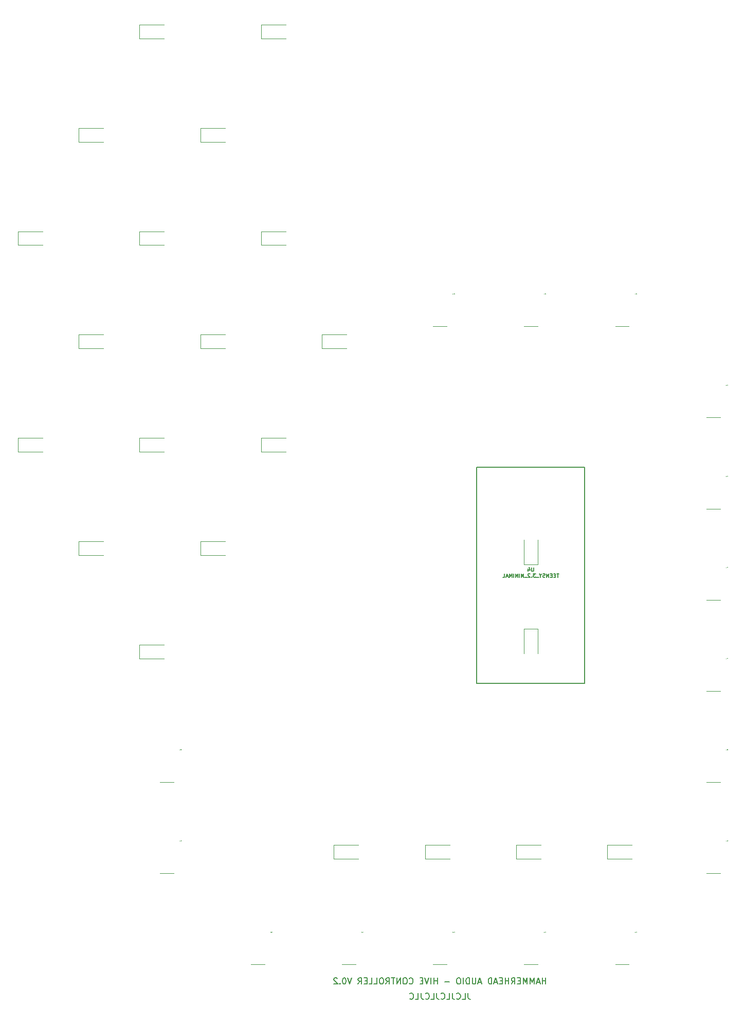
<source format=gbo>
G04 #@! TF.GenerationSoftware,KiCad,Pcbnew,(5.1.2-1)-1*
G04 #@! TF.CreationDate,2022-02-06T13:22:23-05:00*
G04 #@! TF.ProjectId,Wasp_Hive,57617370-5f48-4697-9665-2e6b69636164,rev?*
G04 #@! TF.SameCoordinates,Original*
G04 #@! TF.FileFunction,Legend,Bot*
G04 #@! TF.FilePolarity,Positive*
%FSLAX46Y46*%
G04 Gerber Fmt 4.6, Leading zero omitted, Abs format (unit mm)*
G04 Created by KiCad (PCBNEW (5.1.2-1)-1) date 2022-02-06 13:22:23*
%MOMM*%
%LPD*%
G04 APERTURE LIST*
%ADD10C,0.150000*%
%ADD11C,0.010000*%
%ADD12C,0.120000*%
%ADD13C,0.127000*%
G04 APERTURE END LIST*
D10*
X99619047Y-233202380D02*
X99619047Y-233916666D01*
X99666666Y-234059523D01*
X99761904Y-234154761D01*
X99904761Y-234202380D01*
X100000000Y-234202380D01*
X98666666Y-234202380D02*
X99142857Y-234202380D01*
X99142857Y-233202380D01*
X97761904Y-234107142D02*
X97809523Y-234154761D01*
X97952380Y-234202380D01*
X98047619Y-234202380D01*
X98190476Y-234154761D01*
X98285714Y-234059523D01*
X98333333Y-233964285D01*
X98380952Y-233773809D01*
X98380952Y-233630952D01*
X98333333Y-233440476D01*
X98285714Y-233345238D01*
X98190476Y-233250000D01*
X98047619Y-233202380D01*
X97952380Y-233202380D01*
X97809523Y-233250000D01*
X97761904Y-233297619D01*
X97047619Y-233202380D02*
X97047619Y-233916666D01*
X97095238Y-234059523D01*
X97190476Y-234154761D01*
X97333333Y-234202380D01*
X97428571Y-234202380D01*
X96095238Y-234202380D02*
X96571428Y-234202380D01*
X96571428Y-233202380D01*
X95190476Y-234107142D02*
X95238095Y-234154761D01*
X95380952Y-234202380D01*
X95476190Y-234202380D01*
X95619047Y-234154761D01*
X95714285Y-234059523D01*
X95761904Y-233964285D01*
X95809523Y-233773809D01*
X95809523Y-233630952D01*
X95761904Y-233440476D01*
X95714285Y-233345238D01*
X95619047Y-233250000D01*
X95476190Y-233202380D01*
X95380952Y-233202380D01*
X95238095Y-233250000D01*
X95190476Y-233297619D01*
X94476190Y-233202380D02*
X94476190Y-233916666D01*
X94523809Y-234059523D01*
X94619047Y-234154761D01*
X94761904Y-234202380D01*
X94857142Y-234202380D01*
X93523809Y-234202380D02*
X94000000Y-234202380D01*
X94000000Y-233202380D01*
X92619047Y-234107142D02*
X92666666Y-234154761D01*
X92809523Y-234202380D01*
X92904761Y-234202380D01*
X93047619Y-234154761D01*
X93142857Y-234059523D01*
X93190476Y-233964285D01*
X93238095Y-233773809D01*
X93238095Y-233630952D01*
X93190476Y-233440476D01*
X93142857Y-233345238D01*
X93047619Y-233250000D01*
X92904761Y-233202380D01*
X92809523Y-233202380D01*
X92666666Y-233250000D01*
X92619047Y-233297619D01*
X91904761Y-233202380D02*
X91904761Y-233916666D01*
X91952380Y-234059523D01*
X92047619Y-234154761D01*
X92190476Y-234202380D01*
X92285714Y-234202380D01*
X90952380Y-234202380D02*
X91428571Y-234202380D01*
X91428571Y-233202380D01*
X90047619Y-234107142D02*
X90095238Y-234154761D01*
X90238095Y-234202380D01*
X90333333Y-234202380D01*
X90476190Y-234154761D01*
X90571428Y-234059523D01*
X90619047Y-233964285D01*
X90666666Y-233773809D01*
X90666666Y-233630952D01*
X90619047Y-233440476D01*
X90571428Y-233345238D01*
X90476190Y-233250000D01*
X90333333Y-233202380D01*
X90238095Y-233202380D01*
X90095238Y-233250000D01*
X90047619Y-233297619D01*
X112428571Y-231702380D02*
X112428571Y-230702380D01*
X112428571Y-231178571D02*
X111857142Y-231178571D01*
X111857142Y-231702380D02*
X111857142Y-230702380D01*
X111428571Y-231416666D02*
X110952380Y-231416666D01*
X111523809Y-231702380D02*
X111190476Y-230702380D01*
X110857142Y-231702380D01*
X110523809Y-231702380D02*
X110523809Y-230702380D01*
X110190476Y-231416666D01*
X109857142Y-230702380D01*
X109857142Y-231702380D01*
X109380952Y-231702380D02*
X109380952Y-230702380D01*
X109047619Y-231416666D01*
X108714285Y-230702380D01*
X108714285Y-231702380D01*
X108238095Y-231178571D02*
X107904761Y-231178571D01*
X107761904Y-231702380D02*
X108238095Y-231702380D01*
X108238095Y-230702380D01*
X107761904Y-230702380D01*
X106761904Y-231702380D02*
X107095238Y-231226190D01*
X107333333Y-231702380D02*
X107333333Y-230702380D01*
X106952380Y-230702380D01*
X106857142Y-230750000D01*
X106809523Y-230797619D01*
X106761904Y-230892857D01*
X106761904Y-231035714D01*
X106809523Y-231130952D01*
X106857142Y-231178571D01*
X106952380Y-231226190D01*
X107333333Y-231226190D01*
X106333333Y-231702380D02*
X106333333Y-230702380D01*
X106333333Y-231178571D02*
X105761904Y-231178571D01*
X105761904Y-231702380D02*
X105761904Y-230702380D01*
X105285714Y-231178571D02*
X104952380Y-231178571D01*
X104809523Y-231702380D02*
X105285714Y-231702380D01*
X105285714Y-230702380D01*
X104809523Y-230702380D01*
X104428571Y-231416666D02*
X103952380Y-231416666D01*
X104523809Y-231702380D02*
X104190476Y-230702380D01*
X103857142Y-231702380D01*
X103523809Y-231702380D02*
X103523809Y-230702380D01*
X103285714Y-230702380D01*
X103142857Y-230750000D01*
X103047619Y-230845238D01*
X103000000Y-230940476D01*
X102952380Y-231130952D01*
X102952380Y-231273809D01*
X103000000Y-231464285D01*
X103047619Y-231559523D01*
X103142857Y-231654761D01*
X103285714Y-231702380D01*
X103523809Y-231702380D01*
X101809523Y-231416666D02*
X101333333Y-231416666D01*
X101904761Y-231702380D02*
X101571428Y-230702380D01*
X101238095Y-231702380D01*
X100904761Y-230702380D02*
X100904761Y-231511904D01*
X100857142Y-231607142D01*
X100809523Y-231654761D01*
X100714285Y-231702380D01*
X100523809Y-231702380D01*
X100428571Y-231654761D01*
X100380952Y-231607142D01*
X100333333Y-231511904D01*
X100333333Y-230702380D01*
X99857142Y-231702380D02*
X99857142Y-230702380D01*
X99619047Y-230702380D01*
X99476190Y-230750000D01*
X99380952Y-230845238D01*
X99333333Y-230940476D01*
X99285714Y-231130952D01*
X99285714Y-231273809D01*
X99333333Y-231464285D01*
X99380952Y-231559523D01*
X99476190Y-231654761D01*
X99619047Y-231702380D01*
X99857142Y-231702380D01*
X98857142Y-231702380D02*
X98857142Y-230702380D01*
X98190476Y-230702380D02*
X98000000Y-230702380D01*
X97904761Y-230750000D01*
X97809523Y-230845238D01*
X97761904Y-231035714D01*
X97761904Y-231369047D01*
X97809523Y-231559523D01*
X97904761Y-231654761D01*
X98000000Y-231702380D01*
X98190476Y-231702380D01*
X98285714Y-231654761D01*
X98380952Y-231559523D01*
X98428571Y-231369047D01*
X98428571Y-231035714D01*
X98380952Y-230845238D01*
X98285714Y-230750000D01*
X98190476Y-230702380D01*
X96571428Y-231321428D02*
X95809523Y-231321428D01*
X94571428Y-231702380D02*
X94571428Y-230702380D01*
X94571428Y-231178571D02*
X94000000Y-231178571D01*
X94000000Y-231702380D02*
X94000000Y-230702380D01*
X93523809Y-231702380D02*
X93523809Y-230702380D01*
X93190476Y-230702380D02*
X92857142Y-231702380D01*
X92523809Y-230702380D01*
X92190476Y-231178571D02*
X91857142Y-231178571D01*
X91714285Y-231702380D02*
X92190476Y-231702380D01*
X92190476Y-230702380D01*
X91714285Y-230702380D01*
X89952380Y-231607142D02*
X90000000Y-231654761D01*
X90142857Y-231702380D01*
X90238095Y-231702380D01*
X90380952Y-231654761D01*
X90476190Y-231559523D01*
X90523809Y-231464285D01*
X90571428Y-231273809D01*
X90571428Y-231130952D01*
X90523809Y-230940476D01*
X90476190Y-230845238D01*
X90380952Y-230750000D01*
X90238095Y-230702380D01*
X90142857Y-230702380D01*
X90000000Y-230750000D01*
X89952380Y-230797619D01*
X89333333Y-230702380D02*
X89142857Y-230702380D01*
X89047619Y-230750000D01*
X88952380Y-230845238D01*
X88904761Y-231035714D01*
X88904761Y-231369047D01*
X88952380Y-231559523D01*
X89047619Y-231654761D01*
X89142857Y-231702380D01*
X89333333Y-231702380D01*
X89428571Y-231654761D01*
X89523809Y-231559523D01*
X89571428Y-231369047D01*
X89571428Y-231035714D01*
X89523809Y-230845238D01*
X89428571Y-230750000D01*
X89333333Y-230702380D01*
X88476190Y-231702380D02*
X88476190Y-230702380D01*
X87904761Y-231702380D01*
X87904761Y-230702380D01*
X87571428Y-230702380D02*
X87000000Y-230702380D01*
X87285714Y-231702380D02*
X87285714Y-230702380D01*
X86095238Y-231702380D02*
X86428571Y-231226190D01*
X86666666Y-231702380D02*
X86666666Y-230702380D01*
X86285714Y-230702380D01*
X86190476Y-230750000D01*
X86142857Y-230797619D01*
X86095238Y-230892857D01*
X86095238Y-231035714D01*
X86142857Y-231130952D01*
X86190476Y-231178571D01*
X86285714Y-231226190D01*
X86666666Y-231226190D01*
X85476190Y-230702380D02*
X85285714Y-230702380D01*
X85190476Y-230750000D01*
X85095238Y-230845238D01*
X85047619Y-231035714D01*
X85047619Y-231369047D01*
X85095238Y-231559523D01*
X85190476Y-231654761D01*
X85285714Y-231702380D01*
X85476190Y-231702380D01*
X85571428Y-231654761D01*
X85666666Y-231559523D01*
X85714285Y-231369047D01*
X85714285Y-231035714D01*
X85666666Y-230845238D01*
X85571428Y-230750000D01*
X85476190Y-230702380D01*
X84142857Y-231702380D02*
X84619047Y-231702380D01*
X84619047Y-230702380D01*
X83333333Y-231702380D02*
X83809523Y-231702380D01*
X83809523Y-230702380D01*
X83000000Y-231178571D02*
X82666666Y-231178571D01*
X82523809Y-231702380D02*
X83000000Y-231702380D01*
X83000000Y-230702380D01*
X82523809Y-230702380D01*
X81523809Y-231702380D02*
X81857142Y-231226190D01*
X82095238Y-231702380D02*
X82095238Y-230702380D01*
X81714285Y-230702380D01*
X81619047Y-230750000D01*
X81571428Y-230797619D01*
X81523809Y-230892857D01*
X81523809Y-231035714D01*
X81571428Y-231130952D01*
X81619047Y-231178571D01*
X81714285Y-231226190D01*
X82095238Y-231226190D01*
X80476190Y-230702380D02*
X80142857Y-231702380D01*
X79809523Y-230702380D01*
X79285714Y-230702380D02*
X79190476Y-230702380D01*
X79095238Y-230750000D01*
X79047619Y-230797619D01*
X79000000Y-230892857D01*
X78952380Y-231083333D01*
X78952380Y-231321428D01*
X79000000Y-231511904D01*
X79047619Y-231607142D01*
X79095238Y-231654761D01*
X79190476Y-231702380D01*
X79285714Y-231702380D01*
X79380952Y-231654761D01*
X79428571Y-231607142D01*
X79476190Y-231511904D01*
X79523809Y-231321428D01*
X79523809Y-231083333D01*
X79476190Y-230892857D01*
X79428571Y-230797619D01*
X79380952Y-230750000D01*
X79285714Y-230702380D01*
X78523809Y-231607142D02*
X78476190Y-231654761D01*
X78523809Y-231702380D01*
X78571428Y-231654761D01*
X78523809Y-231607142D01*
X78523809Y-231702380D01*
X78095238Y-230797619D02*
X78047619Y-230750000D01*
X77952380Y-230702380D01*
X77714285Y-230702380D01*
X77619047Y-230750000D01*
X77571428Y-230797619D01*
X77523809Y-230892857D01*
X77523809Y-230988095D01*
X77571428Y-231130952D01*
X78142857Y-231702380D01*
X77523809Y-231702380D01*
D11*
G36*
X52366177Y-193118841D02*
G01*
X52357852Y-193106155D01*
X52329542Y-193104181D01*
X52299759Y-193110998D01*
X52312679Y-193121045D01*
X52356302Y-193124372D01*
X52366177Y-193118841D01*
X52366177Y-193118841D01*
G37*
X52366177Y-193118841D02*
X52357852Y-193106155D01*
X52329542Y-193104181D01*
X52299759Y-193110998D01*
X52312679Y-193121045D01*
X52356302Y-193124372D01*
X52366177Y-193118841D01*
G36*
X52141135Y-193176410D02*
G01*
X52137304Y-193159816D01*
X52122527Y-193157802D01*
X52099553Y-193168015D01*
X52103919Y-193176410D01*
X52137044Y-193179751D01*
X52141135Y-193176410D01*
X52141135Y-193176410D01*
G37*
X52141135Y-193176410D02*
X52137304Y-193159816D01*
X52122527Y-193157802D01*
X52099553Y-193168015D01*
X52103919Y-193176410D01*
X52137044Y-193179751D01*
X52141135Y-193176410D01*
D12*
X51135000Y-198500000D02*
X48865000Y-198500000D01*
D11*
G36*
X52366177Y-208118841D02*
G01*
X52357852Y-208106155D01*
X52329542Y-208104181D01*
X52299759Y-208110998D01*
X52312679Y-208121045D01*
X52356302Y-208124372D01*
X52366177Y-208118841D01*
X52366177Y-208118841D01*
G37*
X52366177Y-208118841D02*
X52357852Y-208106155D01*
X52329542Y-208104181D01*
X52299759Y-208110998D01*
X52312679Y-208121045D01*
X52356302Y-208124372D01*
X52366177Y-208118841D01*
G36*
X52141135Y-208176410D02*
G01*
X52137304Y-208159816D01*
X52122527Y-208157802D01*
X52099553Y-208168015D01*
X52103919Y-208176410D01*
X52137044Y-208179751D01*
X52141135Y-208176410D01*
X52141135Y-208176410D01*
G37*
X52141135Y-208176410D02*
X52137304Y-208159816D01*
X52122527Y-208157802D01*
X52099553Y-208168015D01*
X52103919Y-208176410D01*
X52137044Y-208179751D01*
X52141135Y-208176410D01*
D12*
X51135000Y-213500000D02*
X48865000Y-213500000D01*
D11*
G36*
X67366177Y-223118841D02*
G01*
X67357852Y-223106155D01*
X67329542Y-223104181D01*
X67299759Y-223110998D01*
X67312679Y-223121045D01*
X67356302Y-223124372D01*
X67366177Y-223118841D01*
X67366177Y-223118841D01*
G37*
X67366177Y-223118841D02*
X67357852Y-223106155D01*
X67329542Y-223104181D01*
X67299759Y-223110998D01*
X67312679Y-223121045D01*
X67356302Y-223124372D01*
X67366177Y-223118841D01*
G36*
X67141135Y-223176410D02*
G01*
X67137304Y-223159816D01*
X67122527Y-223157802D01*
X67099553Y-223168015D01*
X67103919Y-223176410D01*
X67137044Y-223179751D01*
X67141135Y-223176410D01*
X67141135Y-223176410D01*
G37*
X67141135Y-223176410D02*
X67137304Y-223159816D01*
X67122527Y-223157802D01*
X67099553Y-223168015D01*
X67103919Y-223176410D01*
X67137044Y-223179751D01*
X67141135Y-223176410D01*
D12*
X66135000Y-228500000D02*
X63865000Y-228500000D01*
D11*
G36*
X82366177Y-223118841D02*
G01*
X82357852Y-223106155D01*
X82329542Y-223104181D01*
X82299759Y-223110998D01*
X82312679Y-223121045D01*
X82356302Y-223124372D01*
X82366177Y-223118841D01*
X82366177Y-223118841D01*
G37*
X82366177Y-223118841D02*
X82357852Y-223106155D01*
X82329542Y-223104181D01*
X82299759Y-223110998D01*
X82312679Y-223121045D01*
X82356302Y-223124372D01*
X82366177Y-223118841D01*
G36*
X82141135Y-223176410D02*
G01*
X82137304Y-223159816D01*
X82122527Y-223157802D01*
X82099553Y-223168015D01*
X82103919Y-223176410D01*
X82137044Y-223179751D01*
X82141135Y-223176410D01*
X82141135Y-223176410D01*
G37*
X82141135Y-223176410D02*
X82137304Y-223159816D01*
X82122527Y-223157802D01*
X82099553Y-223168015D01*
X82103919Y-223176410D01*
X82137044Y-223179751D01*
X82141135Y-223176410D01*
D12*
X81135000Y-228500000D02*
X78865000Y-228500000D01*
D11*
G36*
X97366177Y-223118841D02*
G01*
X97357852Y-223106155D01*
X97329542Y-223104181D01*
X97299759Y-223110998D01*
X97312679Y-223121045D01*
X97356302Y-223124372D01*
X97366177Y-223118841D01*
X97366177Y-223118841D01*
G37*
X97366177Y-223118841D02*
X97357852Y-223106155D01*
X97329542Y-223104181D01*
X97299759Y-223110998D01*
X97312679Y-223121045D01*
X97356302Y-223124372D01*
X97366177Y-223118841D01*
G36*
X97141135Y-223176410D02*
G01*
X97137304Y-223159816D01*
X97122527Y-223157802D01*
X97099553Y-223168015D01*
X97103919Y-223176410D01*
X97137044Y-223179751D01*
X97141135Y-223176410D01*
X97141135Y-223176410D01*
G37*
X97141135Y-223176410D02*
X97137304Y-223159816D01*
X97122527Y-223157802D01*
X97099553Y-223168015D01*
X97103919Y-223176410D01*
X97137044Y-223179751D01*
X97141135Y-223176410D01*
D12*
X96135000Y-228500000D02*
X93865000Y-228500000D01*
D11*
G36*
X112366177Y-223118841D02*
G01*
X112357852Y-223106155D01*
X112329542Y-223104181D01*
X112299759Y-223110998D01*
X112312679Y-223121045D01*
X112356302Y-223124372D01*
X112366177Y-223118841D01*
X112366177Y-223118841D01*
G37*
X112366177Y-223118841D02*
X112357852Y-223106155D01*
X112329542Y-223104181D01*
X112299759Y-223110998D01*
X112312679Y-223121045D01*
X112356302Y-223124372D01*
X112366177Y-223118841D01*
G36*
X112141135Y-223176410D02*
G01*
X112137304Y-223159816D01*
X112122527Y-223157802D01*
X112099553Y-223168015D01*
X112103919Y-223176410D01*
X112137044Y-223179751D01*
X112141135Y-223176410D01*
X112141135Y-223176410D01*
G37*
X112141135Y-223176410D02*
X112137304Y-223159816D01*
X112122527Y-223157802D01*
X112099553Y-223168015D01*
X112103919Y-223176410D01*
X112137044Y-223179751D01*
X112141135Y-223176410D01*
D12*
X111135000Y-228500000D02*
X108865000Y-228500000D01*
D11*
G36*
X127366177Y-223118841D02*
G01*
X127357852Y-223106155D01*
X127329542Y-223104181D01*
X127299759Y-223110998D01*
X127312679Y-223121045D01*
X127356302Y-223124372D01*
X127366177Y-223118841D01*
X127366177Y-223118841D01*
G37*
X127366177Y-223118841D02*
X127357852Y-223106155D01*
X127329542Y-223104181D01*
X127299759Y-223110998D01*
X127312679Y-223121045D01*
X127356302Y-223124372D01*
X127366177Y-223118841D01*
G36*
X127141135Y-223176410D02*
G01*
X127137304Y-223159816D01*
X127122527Y-223157802D01*
X127099553Y-223168015D01*
X127103919Y-223176410D01*
X127137044Y-223179751D01*
X127141135Y-223176410D01*
X127141135Y-223176410D01*
G37*
X127141135Y-223176410D02*
X127137304Y-223159816D01*
X127122527Y-223157802D01*
X127099553Y-223168015D01*
X127103919Y-223176410D01*
X127137044Y-223179751D01*
X127141135Y-223176410D01*
D12*
X126135000Y-228500000D02*
X123865000Y-228500000D01*
D11*
G36*
X142366177Y-208118841D02*
G01*
X142357852Y-208106155D01*
X142329542Y-208104181D01*
X142299759Y-208110998D01*
X142312679Y-208121045D01*
X142356302Y-208124372D01*
X142366177Y-208118841D01*
X142366177Y-208118841D01*
G37*
X142366177Y-208118841D02*
X142357852Y-208106155D01*
X142329542Y-208104181D01*
X142299759Y-208110998D01*
X142312679Y-208121045D01*
X142356302Y-208124372D01*
X142366177Y-208118841D01*
G36*
X142141135Y-208176410D02*
G01*
X142137304Y-208159816D01*
X142122527Y-208157802D01*
X142099553Y-208168015D01*
X142103919Y-208176410D01*
X142137044Y-208179751D01*
X142141135Y-208176410D01*
X142141135Y-208176410D01*
G37*
X142141135Y-208176410D02*
X142137304Y-208159816D01*
X142122527Y-208157802D01*
X142099553Y-208168015D01*
X142103919Y-208176410D01*
X142137044Y-208179751D01*
X142141135Y-208176410D01*
D12*
X141135000Y-213500000D02*
X138865000Y-213500000D01*
D11*
G36*
X142366177Y-193118841D02*
G01*
X142357852Y-193106155D01*
X142329542Y-193104181D01*
X142299759Y-193110998D01*
X142312679Y-193121045D01*
X142356302Y-193124372D01*
X142366177Y-193118841D01*
X142366177Y-193118841D01*
G37*
X142366177Y-193118841D02*
X142357852Y-193106155D01*
X142329542Y-193104181D01*
X142299759Y-193110998D01*
X142312679Y-193121045D01*
X142356302Y-193124372D01*
X142366177Y-193118841D01*
G36*
X142141135Y-193176410D02*
G01*
X142137304Y-193159816D01*
X142122527Y-193157802D01*
X142099553Y-193168015D01*
X142103919Y-193176410D01*
X142137044Y-193179751D01*
X142141135Y-193176410D01*
X142141135Y-193176410D01*
G37*
X142141135Y-193176410D02*
X142137304Y-193159816D01*
X142122527Y-193157802D01*
X142099553Y-193168015D01*
X142103919Y-193176410D01*
X142137044Y-193179751D01*
X142141135Y-193176410D01*
D12*
X141135000Y-198500000D02*
X138865000Y-198500000D01*
D11*
G36*
X142366177Y-178118841D02*
G01*
X142357852Y-178106155D01*
X142329542Y-178104181D01*
X142299759Y-178110998D01*
X142312679Y-178121045D01*
X142356302Y-178124372D01*
X142366177Y-178118841D01*
X142366177Y-178118841D01*
G37*
X142366177Y-178118841D02*
X142357852Y-178106155D01*
X142329542Y-178104181D01*
X142299759Y-178110998D01*
X142312679Y-178121045D01*
X142356302Y-178124372D01*
X142366177Y-178118841D01*
G36*
X142141135Y-178176410D02*
G01*
X142137304Y-178159816D01*
X142122527Y-178157802D01*
X142099553Y-178168015D01*
X142103919Y-178176410D01*
X142137044Y-178179751D01*
X142141135Y-178176410D01*
X142141135Y-178176410D01*
G37*
X142141135Y-178176410D02*
X142137304Y-178159816D01*
X142122527Y-178157802D01*
X142099553Y-178168015D01*
X142103919Y-178176410D01*
X142137044Y-178179751D01*
X142141135Y-178176410D01*
D12*
X141135000Y-183500000D02*
X138865000Y-183500000D01*
D11*
G36*
X142366177Y-163118841D02*
G01*
X142357852Y-163106155D01*
X142329542Y-163104181D01*
X142299759Y-163110998D01*
X142312679Y-163121045D01*
X142356302Y-163124372D01*
X142366177Y-163118841D01*
X142366177Y-163118841D01*
G37*
X142366177Y-163118841D02*
X142357852Y-163106155D01*
X142329542Y-163104181D01*
X142299759Y-163110998D01*
X142312679Y-163121045D01*
X142356302Y-163124372D01*
X142366177Y-163118841D01*
G36*
X142141135Y-163176410D02*
G01*
X142137304Y-163159816D01*
X142122527Y-163157802D01*
X142099553Y-163168015D01*
X142103919Y-163176410D01*
X142137044Y-163179751D01*
X142141135Y-163176410D01*
X142141135Y-163176410D01*
G37*
X142141135Y-163176410D02*
X142137304Y-163159816D01*
X142122527Y-163157802D01*
X142099553Y-163168015D01*
X142103919Y-163176410D01*
X142137044Y-163179751D01*
X142141135Y-163176410D01*
D12*
X141135000Y-168500000D02*
X138865000Y-168500000D01*
D11*
G36*
X142366177Y-148118841D02*
G01*
X142357852Y-148106155D01*
X142329542Y-148104181D01*
X142299759Y-148110998D01*
X142312679Y-148121045D01*
X142356302Y-148124372D01*
X142366177Y-148118841D01*
X142366177Y-148118841D01*
G37*
X142366177Y-148118841D02*
X142357852Y-148106155D01*
X142329542Y-148104181D01*
X142299759Y-148110998D01*
X142312679Y-148121045D01*
X142356302Y-148124372D01*
X142366177Y-148118841D01*
G36*
X142141135Y-148176410D02*
G01*
X142137304Y-148159816D01*
X142122527Y-148157802D01*
X142099553Y-148168015D01*
X142103919Y-148176410D01*
X142137044Y-148179751D01*
X142141135Y-148176410D01*
X142141135Y-148176410D01*
G37*
X142141135Y-148176410D02*
X142137304Y-148159816D01*
X142122527Y-148157802D01*
X142099553Y-148168015D01*
X142103919Y-148176410D01*
X142137044Y-148179751D01*
X142141135Y-148176410D01*
D12*
X141135000Y-153500000D02*
X138865000Y-153500000D01*
D11*
G36*
X142366177Y-133118841D02*
G01*
X142357852Y-133106155D01*
X142329542Y-133104181D01*
X142299759Y-133110998D01*
X142312679Y-133121045D01*
X142356302Y-133124372D01*
X142366177Y-133118841D01*
X142366177Y-133118841D01*
G37*
X142366177Y-133118841D02*
X142357852Y-133106155D01*
X142329542Y-133104181D01*
X142299759Y-133110998D01*
X142312679Y-133121045D01*
X142356302Y-133124372D01*
X142366177Y-133118841D01*
G36*
X142141135Y-133176410D02*
G01*
X142137304Y-133159816D01*
X142122527Y-133157802D01*
X142099553Y-133168015D01*
X142103919Y-133176410D01*
X142137044Y-133179751D01*
X142141135Y-133176410D01*
X142141135Y-133176410D01*
G37*
X142141135Y-133176410D02*
X142137304Y-133159816D01*
X142122527Y-133157802D01*
X142099553Y-133168015D01*
X142103919Y-133176410D01*
X142137044Y-133179751D01*
X142141135Y-133176410D01*
D12*
X141135000Y-138500000D02*
X138865000Y-138500000D01*
D11*
G36*
X127366177Y-118118841D02*
G01*
X127357852Y-118106155D01*
X127329542Y-118104181D01*
X127299759Y-118110998D01*
X127312679Y-118121045D01*
X127356302Y-118124372D01*
X127366177Y-118118841D01*
X127366177Y-118118841D01*
G37*
X127366177Y-118118841D02*
X127357852Y-118106155D01*
X127329542Y-118104181D01*
X127299759Y-118110998D01*
X127312679Y-118121045D01*
X127356302Y-118124372D01*
X127366177Y-118118841D01*
G36*
X127141135Y-118176410D02*
G01*
X127137304Y-118159816D01*
X127122527Y-118157802D01*
X127099553Y-118168015D01*
X127103919Y-118176410D01*
X127137044Y-118179751D01*
X127141135Y-118176410D01*
X127141135Y-118176410D01*
G37*
X127141135Y-118176410D02*
X127137304Y-118159816D01*
X127122527Y-118157802D01*
X127099553Y-118168015D01*
X127103919Y-118176410D01*
X127137044Y-118179751D01*
X127141135Y-118176410D01*
D12*
X126135000Y-123500000D02*
X123865000Y-123500000D01*
D11*
G36*
X112366177Y-118118841D02*
G01*
X112357852Y-118106155D01*
X112329542Y-118104181D01*
X112299759Y-118110998D01*
X112312679Y-118121045D01*
X112356302Y-118124372D01*
X112366177Y-118118841D01*
X112366177Y-118118841D01*
G37*
X112366177Y-118118841D02*
X112357852Y-118106155D01*
X112329542Y-118104181D01*
X112299759Y-118110998D01*
X112312679Y-118121045D01*
X112356302Y-118124372D01*
X112366177Y-118118841D01*
G36*
X112141135Y-118176410D02*
G01*
X112137304Y-118159816D01*
X112122527Y-118157802D01*
X112099553Y-118168015D01*
X112103919Y-118176410D01*
X112137044Y-118179751D01*
X112141135Y-118176410D01*
X112141135Y-118176410D01*
G37*
X112141135Y-118176410D02*
X112137304Y-118159816D01*
X112122527Y-118157802D01*
X112099553Y-118168015D01*
X112103919Y-118176410D01*
X112137044Y-118179751D01*
X112141135Y-118176410D01*
D12*
X111135000Y-123500000D02*
X108865000Y-123500000D01*
D11*
G36*
X97366177Y-118118841D02*
G01*
X97357852Y-118106155D01*
X97329542Y-118104181D01*
X97299759Y-118110998D01*
X97312679Y-118121045D01*
X97356302Y-118124372D01*
X97366177Y-118118841D01*
X97366177Y-118118841D01*
G37*
X97366177Y-118118841D02*
X97357852Y-118106155D01*
X97329542Y-118104181D01*
X97299759Y-118110998D01*
X97312679Y-118121045D01*
X97356302Y-118124372D01*
X97366177Y-118118841D01*
G36*
X97141135Y-118176410D02*
G01*
X97137304Y-118159816D01*
X97122527Y-118157802D01*
X97099553Y-118168015D01*
X97103919Y-118176410D01*
X97137044Y-118179751D01*
X97141135Y-118176410D01*
X97141135Y-118176410D01*
G37*
X97141135Y-118176410D02*
X97137304Y-118159816D01*
X97122527Y-118157802D01*
X97099553Y-118168015D01*
X97103919Y-118176410D01*
X97137044Y-118179751D01*
X97141135Y-118176410D01*
D12*
X96135000Y-123500000D02*
X93865000Y-123500000D01*
D13*
X101070000Y-182280000D02*
X118850000Y-182280000D01*
X118850000Y-146720000D02*
X101070000Y-146720000D01*
X101070000Y-146720000D02*
X101070000Y-182280000D01*
X118850000Y-182280000D02*
X118850000Y-146720000D01*
D12*
X49600000Y-76135000D02*
X45540000Y-76135000D01*
X45540000Y-76135000D02*
X45540000Y-73865000D01*
X45540000Y-73865000D02*
X49600000Y-73865000D01*
X65540000Y-73865000D02*
X69600000Y-73865000D01*
X65540000Y-76135000D02*
X65540000Y-73865000D01*
X69600000Y-76135000D02*
X65540000Y-76135000D01*
X35540000Y-90865000D02*
X39600000Y-90865000D01*
X35540000Y-93135000D02*
X35540000Y-90865000D01*
X39600000Y-93135000D02*
X35540000Y-93135000D01*
X59600000Y-93135000D02*
X55540000Y-93135000D01*
X55540000Y-93135000D02*
X55540000Y-90865000D01*
X55540000Y-90865000D02*
X59600000Y-90865000D01*
X29600000Y-110135000D02*
X25540000Y-110135000D01*
X25540000Y-110135000D02*
X25540000Y-107865000D01*
X25540000Y-107865000D02*
X29600000Y-107865000D01*
X49600000Y-110135000D02*
X45540000Y-110135000D01*
X45540000Y-110135000D02*
X45540000Y-107865000D01*
X45540000Y-107865000D02*
X49600000Y-107865000D01*
X69600000Y-110135000D02*
X65540000Y-110135000D01*
X65540000Y-110135000D02*
X65540000Y-107865000D01*
X65540000Y-107865000D02*
X69600000Y-107865000D01*
X39600000Y-127135000D02*
X35540000Y-127135000D01*
X35540000Y-127135000D02*
X35540000Y-124865000D01*
X35540000Y-124865000D02*
X39600000Y-124865000D01*
X59600000Y-127135000D02*
X55540000Y-127135000D01*
X55540000Y-127135000D02*
X55540000Y-124865000D01*
X55540000Y-124865000D02*
X59600000Y-124865000D01*
X79600000Y-127135000D02*
X75540000Y-127135000D01*
X75540000Y-127135000D02*
X75540000Y-124865000D01*
X75540000Y-124865000D02*
X79600000Y-124865000D01*
X29600000Y-144135000D02*
X25540000Y-144135000D01*
X25540000Y-144135000D02*
X25540000Y-141865000D01*
X25540000Y-141865000D02*
X29600000Y-141865000D01*
X45540000Y-141865000D02*
X49600000Y-141865000D01*
X45540000Y-144135000D02*
X45540000Y-141865000D01*
X49600000Y-144135000D02*
X45540000Y-144135000D01*
X65540000Y-141865000D02*
X69600000Y-141865000D01*
X65540000Y-144135000D02*
X65540000Y-141865000D01*
X69600000Y-144135000D02*
X65540000Y-144135000D01*
X35540000Y-158865000D02*
X39600000Y-158865000D01*
X35540000Y-161135000D02*
X35540000Y-158865000D01*
X39600000Y-161135000D02*
X35540000Y-161135000D01*
X55540000Y-158865000D02*
X59600000Y-158865000D01*
X55540000Y-161135000D02*
X55540000Y-158865000D01*
X59600000Y-161135000D02*
X55540000Y-161135000D01*
X49600000Y-178135000D02*
X45540000Y-178135000D01*
X45540000Y-178135000D02*
X45540000Y-175865000D01*
X45540000Y-175865000D02*
X49600000Y-175865000D01*
X111135000Y-158650000D02*
X111135000Y-162710000D01*
X111135000Y-162710000D02*
X108865000Y-162710000D01*
X108865000Y-162710000D02*
X108865000Y-158650000D01*
X108865000Y-177350000D02*
X108865000Y-173290000D01*
X108865000Y-173290000D02*
X111135000Y-173290000D01*
X111135000Y-173290000D02*
X111135000Y-177350000D01*
X77540000Y-208865000D02*
X81600000Y-208865000D01*
X77540000Y-211135000D02*
X77540000Y-208865000D01*
X81600000Y-211135000D02*
X77540000Y-211135000D01*
X92540000Y-208865000D02*
X96600000Y-208865000D01*
X92540000Y-211135000D02*
X92540000Y-208865000D01*
X96600000Y-211135000D02*
X92540000Y-211135000D01*
X107540000Y-208865000D02*
X111600000Y-208865000D01*
X107540000Y-211135000D02*
X107540000Y-208865000D01*
X111600000Y-211135000D02*
X107540000Y-211135000D01*
X126600000Y-211135000D02*
X122540000Y-211135000D01*
X122540000Y-211135000D02*
X122540000Y-208865000D01*
X122540000Y-208865000D02*
X126600000Y-208865000D01*
D13*
X110424457Y-163166171D02*
X110424457Y-163659657D01*
X110395428Y-163717714D01*
X110366400Y-163746742D01*
X110308342Y-163775771D01*
X110192228Y-163775771D01*
X110134171Y-163746742D01*
X110105142Y-163717714D01*
X110076114Y-163659657D01*
X110076114Y-163166171D01*
X109524571Y-163369371D02*
X109524571Y-163775771D01*
X109669714Y-163137142D02*
X109814857Y-163572571D01*
X109437485Y-163572571D01*
X114561028Y-164166171D02*
X114212685Y-164166171D01*
X114386857Y-164775771D02*
X114386857Y-164166171D01*
X114009485Y-164456457D02*
X113806285Y-164456457D01*
X113719200Y-164775771D02*
X114009485Y-164775771D01*
X114009485Y-164166171D01*
X113719200Y-164166171D01*
X113457942Y-164456457D02*
X113254742Y-164456457D01*
X113167657Y-164775771D02*
X113457942Y-164775771D01*
X113457942Y-164166171D01*
X113167657Y-164166171D01*
X112906400Y-164775771D02*
X112906400Y-164166171D01*
X112558057Y-164775771D01*
X112558057Y-164166171D01*
X112296800Y-164746742D02*
X112209714Y-164775771D01*
X112064571Y-164775771D01*
X112006514Y-164746742D01*
X111977485Y-164717714D01*
X111948457Y-164659657D01*
X111948457Y-164601600D01*
X111977485Y-164543542D01*
X112006514Y-164514514D01*
X112064571Y-164485485D01*
X112180685Y-164456457D01*
X112238742Y-164427428D01*
X112267771Y-164398400D01*
X112296800Y-164340342D01*
X112296800Y-164282285D01*
X112267771Y-164224228D01*
X112238742Y-164195200D01*
X112180685Y-164166171D01*
X112035542Y-164166171D01*
X111948457Y-164195200D01*
X111571085Y-164485485D02*
X111571085Y-164775771D01*
X111774285Y-164166171D02*
X111571085Y-164485485D01*
X111367885Y-164166171D01*
X111309828Y-164833828D02*
X110845371Y-164833828D01*
X110758285Y-164166171D02*
X110380914Y-164166171D01*
X110584114Y-164398400D01*
X110497028Y-164398400D01*
X110438971Y-164427428D01*
X110409942Y-164456457D01*
X110380914Y-164514514D01*
X110380914Y-164659657D01*
X110409942Y-164717714D01*
X110438971Y-164746742D01*
X110497028Y-164775771D01*
X110671200Y-164775771D01*
X110729257Y-164746742D01*
X110758285Y-164717714D01*
X110119657Y-164717714D02*
X110090628Y-164746742D01*
X110119657Y-164775771D01*
X110148685Y-164746742D01*
X110119657Y-164717714D01*
X110119657Y-164775771D01*
X109858400Y-164224228D02*
X109829371Y-164195200D01*
X109771314Y-164166171D01*
X109626171Y-164166171D01*
X109568114Y-164195200D01*
X109539085Y-164224228D01*
X109510057Y-164282285D01*
X109510057Y-164340342D01*
X109539085Y-164427428D01*
X109887428Y-164775771D01*
X109510057Y-164775771D01*
X109393942Y-164833828D02*
X108929485Y-164833828D01*
X108784342Y-164775771D02*
X108784342Y-164166171D01*
X108581142Y-164601600D01*
X108377942Y-164166171D01*
X108377942Y-164775771D01*
X108087657Y-164775771D02*
X108087657Y-164166171D01*
X107797371Y-164775771D02*
X107797371Y-164166171D01*
X107449028Y-164775771D01*
X107449028Y-164166171D01*
X107158742Y-164775771D02*
X107158742Y-164166171D01*
X106868457Y-164775771D02*
X106868457Y-164166171D01*
X106665257Y-164601600D01*
X106462057Y-164166171D01*
X106462057Y-164775771D01*
X106200800Y-164601600D02*
X105910514Y-164601600D01*
X106258857Y-164775771D02*
X106055657Y-164166171D01*
X105852457Y-164775771D01*
X105358971Y-164775771D02*
X105649257Y-164775771D01*
X105649257Y-164166171D01*
M02*

</source>
